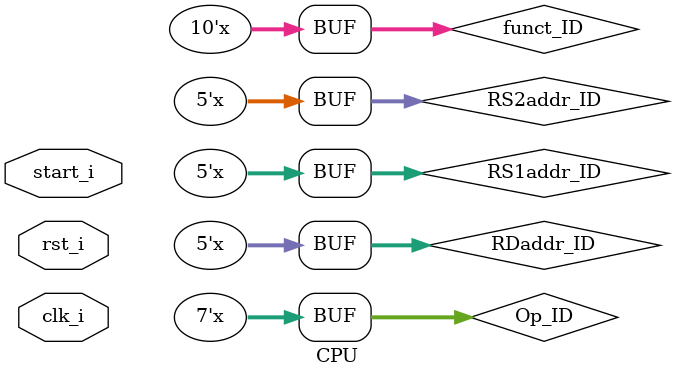
<source format=v>
`define R_TYPE      7'b0110011
`define I_TYPE      7'b0010011
`define LOAD_TYPE   7'b0000011
`define STORE_TYPE  7'b0100011
`define BRANCH_TYPE 7'b1100011
`define MEM         1'b1
`define REG         1'b0
`define IMM         1'b1
// ALUOp constant
`define R_OP        2'b10
`define B_OP        2'b01
`define OTHER_OP    2'b00
// ALUCtrl constant
`define ADD         3'b010
`define SUB         3'b110
`define MUL         3'b011
`define AND         3'b000
`define OR          3'b001

module CPU
(
    clk_i, 
    rst_i,
    start_i
);

// Ports
input           clk_i;
input           rst_i;
input           start_i;

parameter instr_length = 32'b100;
// Wires and Registers
// Instr
wire    [6:0]   Op_ID;
wire    [4:0]   RS1addr_ID;
wire    [4:0]   RS2addr_ID;
wire    [4:0]   RDaddr_ID;
wire    [9:0]   funct_ID;
// Parsing instr
assign  Op_ID           =   IF_ID.instr_o[6:0];
assign  RS1addr_ID      =   IF_ID.instr_o[19:15];
assign  RS2addr_ID      =   IF_ID.instr_o[24:20];
assign  RDaddr_ID       =   IF_ID.instr_o[11:7];
assign  funct_ID        =   {IF_ID.instr_o[31:25], IF_ID.instr_o[14:12]};

// Module declaration
// IF stage
PC PC(
    .clk_i          (clk_i),
    .rst_i          (rst_i),
    .start_i        (start_i),
    .PCWrite_i      (HazardDetection.PCWrite_o),
    .pc_i           (PC_MUX32.data_o),
    .pc_o           ()
);

Adder Adder1(
    .data1_in       (PC.pc_o),
    .data2_in       (instr_length),
    .data_o         ()
);

MUX32 PC_MUX32(
    .data1_i        (Adder1.data_o),
    .data2_i        (Adder2.data_o),
    .select_i       (MUX7.Branch_o),
    .data_o         ()
);

Instruction_Memory Instruction_Memory(
    .addr_i         (PC.pc_o),
    .instr_o        ()
);
// IF/ID pipeline register
IF_ID IF_ID(
    .clk_i          (clk_i),
    .rst_i          (rst_i),
    .start_i        (start_i),
    .IF_IDWrite_i   (HazardDetection.IF_IDWrite_o),
    .IF_IDflush_i   (HazardDetection.IF_IDflush_o),
    .pc_i           (PC.pc_o),
    .instr_i        (Instruction_Memory.instr_o),
    .pc_o           (),
    .instr_o        ()
);
// ID stage

HazardDetection HazardDetection(
    .MemRead_EX_i   (ID_EX.MemRead_o),
    .RS1addr_ID_i   (RS1addr_ID),
    .RS2addr_ID_i   (RS2addr_ID),
    .RDaddr_EX_i    (ID_EX.RDaddr_o),
    .Branch_i       (Control.Branch_o),
    .stall_o        (),
    .PCWrite_o      (),
    .IF_IDWrite_o   (),
    .IDflush_o      (),
    .IF_IDflush_o   ()
);

Registers Registers(
    .clk_i          (clk_i),
    .RS1addr_i      (RS1addr_ID),
    .RS2addr_i      (RS2addr_ID),
    .RDaddr_i       (MEM_WB.RDaddr_o),
    .RDdata_i       (ALU_MEM_MUX32.data_o),
    .RegWrite_i     (MEM_WB.RegWrite_o),
    .RS1data_o      (),
    .RS2data_o      ()
);

Equal Equal(
    .data1_i(Registers.RS1data_o),
    .data2_i(Registers.RS2data_o),
    .Zero_o()
);

Imm_Gen Imm_Gen(
    .data_i         (IF_ID.instr_o),
    .data_o         ()
);

Shift Shift(
    .data_i         (Imm_Gen.data_o),
    .data_o         ()
);

Adder Adder2(
    .data1_in       (IF_ID.pc_o),
    .data2_in       (Shift.data_o),
    .data_o         ()
);

Control Control(
    .clk_i          (clk_i),
    .rst_i          (rst_i),
    .start_i        (start_i),
    .Op_i           (Op_ID),
    .Zero_i         (Equal.Zero_o),
    .Branch_o       (),
    .MemRead_o      (),
    .MemtoReg_o     (),
    .ALUOp_o        (),
    .MemWrite_o     (),
    .ALUSrc_o       (),
    .RegWrite_o     ()
);

MUX7 MUX7(
    .flush_i        (HazardDetection.IDflush_o),
    .Branch_i       (Control.Branch_o),
    .MemRead_i      (Control.MemRead_o),
    .MemtoReg_i     (Control.MemtoReg_o),
    .ALUOp_i        (Control.ALUOp_o),
    .MemWrite_i     (Control.MemWrite_o),
    .ALUSrc_i       (Control.ALUSrc_o),
    .RegWrite_i     (Control.RegWrite_o),
    .Branch_o       (),
    .MemRead_o      (),
    .MemtoReg_o     (),
    .ALUOp_o        (),
    .MemWrite_o     (),
    .ALUSrc_o       (),
    .RegWrite_o     ()
);

// ID/EX pipeline register
ID_EX ID_EX(
    .clk_i          (clk_i),
    .rst_i          (rst_i),
    .start_i        (start_i),
    .pc_i           (IF_ID.pc_o),
    .MemRead_i      (MUX7.MemRead_o),
    .MemtoReg_i     (MUX7.MemtoReg_o),
    .ALUOp_i        (MUX7.ALUOp_o),
    .MemWrite_i     (MUX7.MemWrite_o),
    .ALUSrc_i       (MUX7.ALUSrc_o),
    .RegWrite_i     (MUX7.RegWrite_o),
    .RS1data_i      (Registers.RS1data_o),
    .RS2data_i      (Registers.RS2data_o),
    .imm_i          (Imm_Gen.data_o),
    .funct_i        (funct_ID),
    .RDaddr_i       (RDaddr_ID),
    .RS1addr_i      (RS1addr_ID),
    .RS2addr_i      (RS2addr_ID),

    .pc_o           (),
    .MemRead_o      (),
    .MemtoReg_o     (),
    .ALUOp_o        (),
    .MemWrite_o     (),
    .ALUSrc_o       (),
    .RegWrite_o     (),
    .RS1data_o      (),
    .RS2data_o      (),
    .imm_o          (),
    .funct_o        (),
    .RDaddr_o       (),
    .RS1addr_o      (),
    .RS2addr_o      ()
);
// forwarding input : RS1addr_EX, RS2addr_EX
// EX stage

Forwarding Forwarding(
    .EX_MEM_RegWrite      (EX_MEM.RegWrite_o),
    .MEM_WB_RegWrite      (MEM_WB.RegWrite_o),
    .ID_EX_RS1addr_i      (ID_EX.RS1addr_o),
    .ID_EX_RS2addr_i      (ID_EX.RS2addr_o),
    .EX_MEM_RDaddr_i      (EX_MEM.RDaddr_o),
    .MEM_WB_RDaddr_i      (MEM_WB.RDaddr_o),
    .ALUSrc1_select_o    (),
    .ALUSrc2_select_o    ()
);

MUX32_forwarding RS1_forwarding_MUX(
    .data_EX_i      (ID_EX.RS1data_o),
    .ALUreult_MEM_i (EX_MEM.ALUResult_o),
    .RDdata_WB_i    (ALU_MEM_MUX32.data_o),
    .select_i       (Forwarding.ALUSrc1_select_o),
    .data_o         ()
);


MUX32_forwarding RS2_forwarding_MUX(
    .data_EX_i      (ID_EX.RS2data_o),
    .ALUreult_MEM_i (EX_MEM.ALUResult_o),
    .RDdata_WB_i    (ALU_MEM_MUX32.data_o),
    .select_i       (Forwarding.ALUSrc2_select_o),
    .data_o         ()
);

MUX32 RS2_IMM_MUX32(
    .data1_i        (RS2_forwarding_MUX.data_o),
    .data2_i        (ID_EX.imm_o),
    .select_i       (ID_EX.ALUSrc_o),
    .data_o         ()
);

ALU_Control ALU_Control(
    .funct_i        (ID_EX.funct_o),
    .ALUOp_i        (ID_EX.ALUOp_o),
    .ALUCtrl_o      ()
);

ALU ALU(
    .data1_i        (RS1_forwarding_MUX.data_o),
    .data2_i        (RS2_IMM_MUX32.data_o),
    .ALUCtrl_i      (ALU_Control.ALUCtrl_o),
    .data_o         ()
);

// EX_MEM pipeline register
EX_MEM EX_MEM(
    .clk_i          (clk_i),
    .rst_i          (rst_i),
    .start_i        (start_i),
    .ALUResult_i    (ALU.data_o),
    .RS2data_i      (RS2_forwarding_MUX.data_o),
    .MemRead_i      (ID_EX.MemRead_o),
    .MemtoReg_i     (ID_EX.MemtoReg_o),
    .MemWrite_i     (ID_EX.MemWrite_o),
    .RegWrite_i     (ID_EX.RegWrite_o),
    .RDaddr_i       (ID_EX.RDaddr_o),

    .ALUResult_o    (),
    .RS2data_o      (),
    .MemRead_o      (),
    .MemtoReg_o     (),
    .MemWrite_o     (),
    .RegWrite_o     (),
    .RDaddr_o       ()
);


// MEM stage
Data_Memory Data_Memory(
    .clk_i          (clk_i),
    .addr_i         (EX_MEM.ALUResult_o),
    .MemWrite_i     (EX_MEM.MemWrite_o),
    .data_i         (EX_MEM.RS2data_o),
    .data_o         ()
);

// MEM_WB pipeline register
MEM_WB MEM_WB(
    .clk_i          (clk_i),
    .rst_i          (rst_i),
    .start_i        (start_i),
    .RegWrite_i     (EX_MEM.RegWrite_o),
    .Memdata_i      (Data_Memory.data_o),
    .ALUResult_i    (EX_MEM.ALUResult_o),
    .MemtoReg_i     (EX_MEM.MemtoReg_o),
    .RDaddr_i       (EX_MEM.RDaddr_o),

    .RegWrite_o     (),
    .Memdata_o      (),
    .ALUResult_o    (),
    .MemtoReg_o     (),
    .RDaddr_o       ()
);

// WB stage
MUX32 ALU_MEM_MUX32(
    .data1_i        (MEM_WB.ALUResult_o),
    .data2_i        (MEM_WB.Memdata_o),
    .select_i       (MEM_WB.MemtoReg_o),
    .data_o         ()
);

endmodule


</source>
